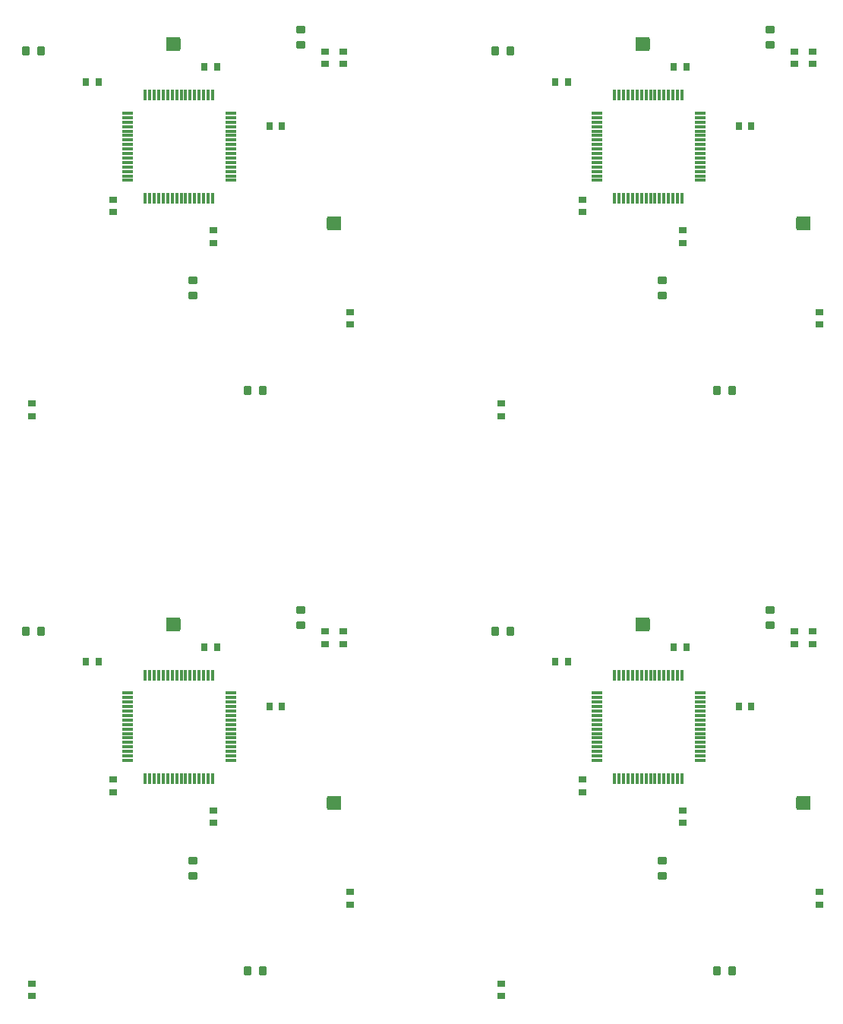
<source format=gtp>
G04 Layer_Color=8421504*
%FSLAX25Y25*%
%MOIN*%
G70*
G01*
G75*
%ADD10R,0.02500X0.05000*%
%ADD11R,0.03740X0.02953*%
%ADD12R,0.02953X0.03740*%
%ADD13R,0.01181X0.04724*%
%ADD14R,0.04724X0.01181*%
G04:AMPARAMS|DCode=15|XSize=39.37mil|YSize=35.43mil|CornerRadius=4.43mil|HoleSize=0mil|Usage=FLASHONLY|Rotation=90.000|XOffset=0mil|YOffset=0mil|HoleType=Round|Shape=RoundedRectangle|*
%AMROUNDEDRECTD15*
21,1,0.03937,0.02657,0,0,90.0*
21,1,0.03051,0.03543,0,0,90.0*
1,1,0.00886,0.01329,0.01526*
1,1,0.00886,0.01329,-0.01526*
1,1,0.00886,-0.01329,-0.01526*
1,1,0.00886,-0.01329,0.01526*
%
%ADD15ROUNDEDRECTD15*%
G04:AMPARAMS|DCode=16|XSize=39.37mil|YSize=35.43mil|CornerRadius=4.43mil|HoleSize=0mil|Usage=FLASHONLY|Rotation=0.000|XOffset=0mil|YOffset=0mil|HoleType=Round|Shape=RoundedRectangle|*
%AMROUNDEDRECTD16*
21,1,0.03937,0.02657,0,0,0.0*
21,1,0.03051,0.03543,0,0,0.0*
1,1,0.00886,0.01526,-0.01329*
1,1,0.00886,-0.01526,-0.01329*
1,1,0.00886,-0.01526,0.01329*
1,1,0.00886,0.01526,0.01329*
%
%ADD16ROUNDEDRECTD16*%
%ADD31R,0.06299X0.06299*%
D10*
X167757Y122500D02*
D03*
X171000D02*
D03*
X101000Y201000D02*
D03*
X97757D02*
D03*
X373757Y122500D02*
D03*
X377000D02*
D03*
X307000Y201000D02*
D03*
X303757D02*
D03*
X167757Y377000D02*
D03*
X171000D02*
D03*
X101000Y455500D02*
D03*
X97757D02*
D03*
X373757Y377000D02*
D03*
X377000D02*
D03*
X307000Y455500D02*
D03*
X303757D02*
D03*
D11*
X37000Y37744D02*
D03*
Y43256D02*
D03*
X165500Y197756D02*
D03*
Y192244D02*
D03*
X173500Y197756D02*
D03*
Y192244D02*
D03*
X116500Y119256D02*
D03*
Y113744D02*
D03*
X72500Y132756D02*
D03*
Y127244D02*
D03*
X176500Y83500D02*
D03*
Y77988D02*
D03*
X243000Y37744D02*
D03*
Y43256D02*
D03*
X371500Y197756D02*
D03*
Y192244D02*
D03*
X379500Y197756D02*
D03*
Y192244D02*
D03*
X322500Y119256D02*
D03*
Y113744D02*
D03*
X278500Y132756D02*
D03*
Y127244D02*
D03*
X382500Y83500D02*
D03*
Y77988D02*
D03*
X37000Y292244D02*
D03*
Y297756D02*
D03*
X165500Y452256D02*
D03*
Y446744D02*
D03*
X173500Y452256D02*
D03*
Y446744D02*
D03*
X116500Y373756D02*
D03*
Y368244D02*
D03*
X72500Y387256D02*
D03*
Y381744D02*
D03*
X176500Y338000D02*
D03*
Y332488D02*
D03*
X243000Y292244D02*
D03*
Y297756D02*
D03*
X371500Y452256D02*
D03*
Y446744D02*
D03*
X379500Y452256D02*
D03*
Y446744D02*
D03*
X322500Y373756D02*
D03*
Y368244D02*
D03*
X278500Y387256D02*
D03*
Y381744D02*
D03*
X382500Y338000D02*
D03*
Y332488D02*
D03*
D12*
X66256Y184500D02*
D03*
X60744D02*
D03*
X112744Y191000D02*
D03*
X118256D02*
D03*
X141244Y165000D02*
D03*
X146756D02*
D03*
X272256Y184500D02*
D03*
X266744D02*
D03*
X318744Y191000D02*
D03*
X324256D02*
D03*
X347244Y165000D02*
D03*
X352756D02*
D03*
X66256Y439000D02*
D03*
X60744D02*
D03*
X112744Y445500D02*
D03*
X118256D02*
D03*
X141244Y419500D02*
D03*
X146756D02*
D03*
X272256Y439000D02*
D03*
X266744D02*
D03*
X318744Y445500D02*
D03*
X324256D02*
D03*
X347244Y419500D02*
D03*
X352756D02*
D03*
D13*
X116264Y133362D02*
D03*
X114295D02*
D03*
X112327D02*
D03*
X110358D02*
D03*
X108390D02*
D03*
X106421D02*
D03*
X104453D02*
D03*
X102484D02*
D03*
X100516D02*
D03*
X98547D02*
D03*
X96579D02*
D03*
X94610D02*
D03*
X92642D02*
D03*
X90673D02*
D03*
X88705D02*
D03*
X86736D02*
D03*
Y178638D02*
D03*
X88705D02*
D03*
X90673D02*
D03*
X92642D02*
D03*
X94610D02*
D03*
X96579D02*
D03*
X98547D02*
D03*
X100516D02*
D03*
X102484D02*
D03*
X104453D02*
D03*
X106421D02*
D03*
X108390D02*
D03*
X110358D02*
D03*
X112327D02*
D03*
X114295D02*
D03*
X116264D02*
D03*
X322264Y133362D02*
D03*
X320295D02*
D03*
X318327D02*
D03*
X316358D02*
D03*
X314390D02*
D03*
X312421D02*
D03*
X310453D02*
D03*
X308484D02*
D03*
X306516D02*
D03*
X304547D02*
D03*
X302579D02*
D03*
X300610D02*
D03*
X298642D02*
D03*
X296673D02*
D03*
X294705D02*
D03*
X292736D02*
D03*
Y178638D02*
D03*
X294705D02*
D03*
X296673D02*
D03*
X298642D02*
D03*
X300610D02*
D03*
X302579D02*
D03*
X304547D02*
D03*
X306516D02*
D03*
X308484D02*
D03*
X310453D02*
D03*
X312421D02*
D03*
X314390D02*
D03*
X316358D02*
D03*
X318327D02*
D03*
X320295D02*
D03*
X322264D02*
D03*
X116264Y387862D02*
D03*
X114295D02*
D03*
X112327D02*
D03*
X110358D02*
D03*
X108390D02*
D03*
X106421D02*
D03*
X104453D02*
D03*
X102484D02*
D03*
X100516D02*
D03*
X98547D02*
D03*
X96579D02*
D03*
X94610D02*
D03*
X92642D02*
D03*
X90673D02*
D03*
X88705D02*
D03*
X86736D02*
D03*
Y433138D02*
D03*
X88705D02*
D03*
X90673D02*
D03*
X92642D02*
D03*
X94610D02*
D03*
X96579D02*
D03*
X98547D02*
D03*
X100516D02*
D03*
X102484D02*
D03*
X104453D02*
D03*
X106421D02*
D03*
X108390D02*
D03*
X110358D02*
D03*
X112327D02*
D03*
X114295D02*
D03*
X116264D02*
D03*
X322264Y387862D02*
D03*
X320295D02*
D03*
X318327D02*
D03*
X316358D02*
D03*
X314390D02*
D03*
X312421D02*
D03*
X310453D02*
D03*
X308484D02*
D03*
X306516D02*
D03*
X304547D02*
D03*
X302579D02*
D03*
X300610D02*
D03*
X298642D02*
D03*
X296673D02*
D03*
X294705D02*
D03*
X292736D02*
D03*
Y433138D02*
D03*
X294705D02*
D03*
X296673D02*
D03*
X298642D02*
D03*
X300610D02*
D03*
X302579D02*
D03*
X304547D02*
D03*
X306516D02*
D03*
X308484D02*
D03*
X310453D02*
D03*
X312421D02*
D03*
X314390D02*
D03*
X316358D02*
D03*
X318327D02*
D03*
X320295D02*
D03*
X322264D02*
D03*
D14*
X78862Y141236D02*
D03*
Y143205D02*
D03*
Y145173D02*
D03*
Y147142D02*
D03*
Y149110D02*
D03*
Y151079D02*
D03*
Y153047D02*
D03*
Y155016D02*
D03*
Y156984D02*
D03*
Y158953D02*
D03*
Y160921D02*
D03*
Y162890D02*
D03*
Y164858D02*
D03*
Y166827D02*
D03*
Y168795D02*
D03*
Y170764D02*
D03*
X124138D02*
D03*
Y168795D02*
D03*
Y166827D02*
D03*
Y164858D02*
D03*
Y162890D02*
D03*
Y160921D02*
D03*
Y158953D02*
D03*
Y156984D02*
D03*
Y155016D02*
D03*
Y153047D02*
D03*
Y151079D02*
D03*
Y149110D02*
D03*
Y147142D02*
D03*
Y145173D02*
D03*
Y143205D02*
D03*
Y141236D02*
D03*
X284862D02*
D03*
Y143205D02*
D03*
Y145173D02*
D03*
Y147142D02*
D03*
Y149110D02*
D03*
Y151079D02*
D03*
Y153047D02*
D03*
Y155016D02*
D03*
Y156984D02*
D03*
Y158953D02*
D03*
Y160921D02*
D03*
Y162890D02*
D03*
Y164858D02*
D03*
Y166827D02*
D03*
Y168795D02*
D03*
Y170764D02*
D03*
X330138D02*
D03*
Y168795D02*
D03*
Y166827D02*
D03*
Y164858D02*
D03*
Y162890D02*
D03*
Y160921D02*
D03*
Y158953D02*
D03*
Y156984D02*
D03*
Y155016D02*
D03*
Y153047D02*
D03*
Y151079D02*
D03*
Y149110D02*
D03*
Y147142D02*
D03*
Y145173D02*
D03*
Y143205D02*
D03*
Y141236D02*
D03*
X78862Y395736D02*
D03*
Y397705D02*
D03*
Y399673D02*
D03*
Y401642D02*
D03*
Y403610D02*
D03*
Y405579D02*
D03*
Y407547D02*
D03*
Y409516D02*
D03*
Y411484D02*
D03*
Y413453D02*
D03*
Y415421D02*
D03*
Y417390D02*
D03*
Y419358D02*
D03*
Y421327D02*
D03*
Y423295D02*
D03*
Y425264D02*
D03*
X124138D02*
D03*
Y423295D02*
D03*
Y421327D02*
D03*
Y419358D02*
D03*
Y417390D02*
D03*
Y415421D02*
D03*
Y413453D02*
D03*
Y411484D02*
D03*
Y409516D02*
D03*
Y407547D02*
D03*
Y405579D02*
D03*
Y403610D02*
D03*
Y401642D02*
D03*
Y399673D02*
D03*
Y397705D02*
D03*
Y395736D02*
D03*
X284862D02*
D03*
Y397705D02*
D03*
Y399673D02*
D03*
Y401642D02*
D03*
Y403610D02*
D03*
Y405579D02*
D03*
Y407547D02*
D03*
Y409516D02*
D03*
Y411484D02*
D03*
Y413453D02*
D03*
Y415421D02*
D03*
Y417390D02*
D03*
Y419358D02*
D03*
Y421327D02*
D03*
Y423295D02*
D03*
Y425264D02*
D03*
X330138D02*
D03*
Y423295D02*
D03*
Y421327D02*
D03*
Y419358D02*
D03*
Y417390D02*
D03*
Y415421D02*
D03*
Y413453D02*
D03*
Y411484D02*
D03*
Y409516D02*
D03*
Y407547D02*
D03*
Y405579D02*
D03*
Y403610D02*
D03*
Y401642D02*
D03*
Y399673D02*
D03*
Y397705D02*
D03*
Y395736D02*
D03*
D15*
X131653Y49000D02*
D03*
X138347D02*
D03*
X40846Y198000D02*
D03*
X34154D02*
D03*
X337653Y49000D02*
D03*
X344346D02*
D03*
X246847Y198000D02*
D03*
X240154D02*
D03*
X131653Y303500D02*
D03*
X138347D02*
D03*
X40846Y452500D02*
D03*
X34154D02*
D03*
X337653Y303500D02*
D03*
X344346D02*
D03*
X246847Y452500D02*
D03*
X240154D02*
D03*
D16*
X107500Y97347D02*
D03*
Y90654D02*
D03*
X155000Y207347D02*
D03*
Y200654D02*
D03*
X313500Y97347D02*
D03*
Y90654D02*
D03*
X361000Y207347D02*
D03*
Y200654D02*
D03*
X107500Y351847D02*
D03*
Y345153D02*
D03*
X155000Y461846D02*
D03*
Y455154D02*
D03*
X313500Y351847D02*
D03*
Y345153D02*
D03*
X361000Y461846D02*
D03*
Y455154D02*
D03*
D31*
X169772Y122500D02*
D03*
X98985Y201000D02*
D03*
X375772Y122500D02*
D03*
X304985Y201000D02*
D03*
X169772Y377000D02*
D03*
X98985Y455500D02*
D03*
X375772Y377000D02*
D03*
X304985Y455500D02*
D03*
M02*

</source>
